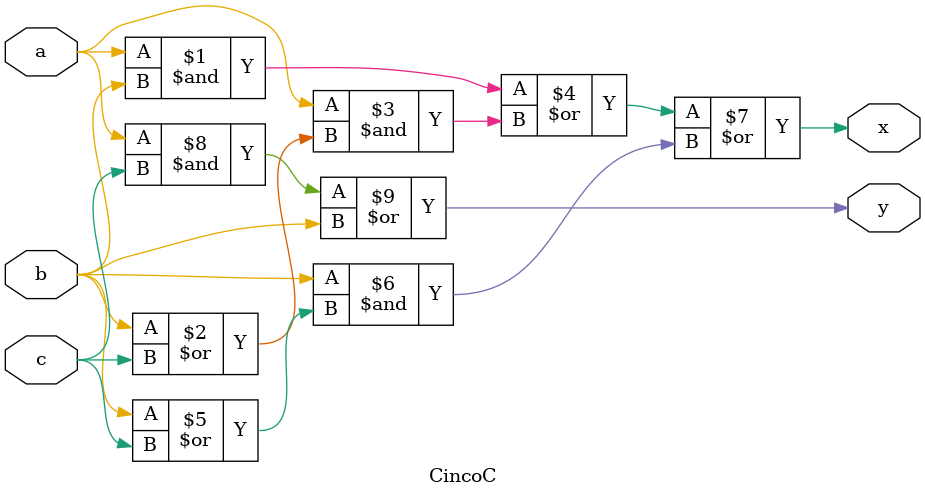
<source format=v>
module CincoC (
    input wire a,
    input wire b,
    input wire c,
    output wire x,
    output wire y
);
    
assign x = (a & b) | (a & (b|c)) | (b & (b|c));
assign y = (a & c) | b;

endmodule
</source>
